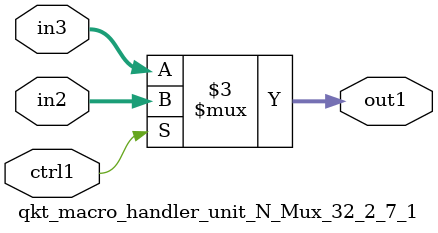
<source format=v>

`timescale 1ps / 1ps


module qkt_macro_handler_unit_N_Mux_32_2_7_1( in3, in2, ctrl1, out1 );

    input [31:0] in3;
    input [31:0] in2;
    input ctrl1;
    output [31:0] out1;
    reg [31:0] out1;

    
    // rtl_process:qkt_macro_handler_unit_N_Mux_32_2_7_1/qkt_macro_handler_unit_N_Mux_32_2_7_1_thread_1
    always @*
      begin : qkt_macro_handler_unit_N_Mux_32_2_7_1_thread_1
        case (ctrl1) 
          1'b1: 
            begin
              out1 = in2;
            end
          default: 
            begin
              out1 = in3;
            end
        endcase
      end

endmodule



</source>
